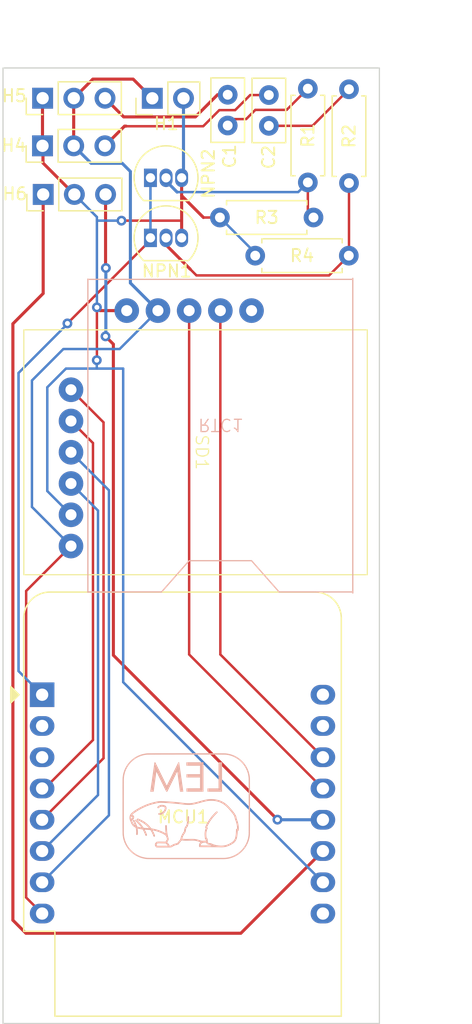
<source format=kicad_pcb>
(kicad_pcb (version 20221018) (generator pcbnew)
  (layers (0 "F.Cu" signal) (31 "B.Cu" signal) (34 "B.Paste" user) (35 "F.Paste" user) (36 "B.SilkS" user "B.Silkscreen") (37 "F.SilkS" user "F.Silkscreen") (38 "B.Mask" user) (39 "F.Mask" user) (44 "Edge.Cuts" user))
  (net 0 "")
  (net 1 "Net-(C1-Pad2)")
  (net 2 "Net-(C2-Pad2)")
  (net 3 "Net-(NPN1-B)")
  (net 4 "Net-(NPN2-B)")
  (net 5 "Net-(H5-Pin_3)")
  (net 6 "Net-(H4-Pin_3)")
  (net 7 "Net-(H1-Pin_2)")
  (net 8 "Net-(H1-Pin_1)")
  (net 9 "Net-(H6-Pin_1)")
  (net 10 "Net-(MCU1-~{RST})")
  (net 14 "Net-(H6-Pin_3)")
  (net 17 "Net-(MCU1-SCK{slash}D5)")
  (net 18 "Net-(MCU1-MISO{slash}D6)")
  (net 19 "Net-(MCU1-MOSI{slash}D7)")
  (net 20 "Net-(MCU1-CS{slash}D8)")
  (net 21 "Net-(MCU1-SDA{slash}D2)")
  (net 22 "Net-(MCU1-SCL{slash}D1)")
  (footprint "Resistor_THT:R_Axial_DIN0207_L6.3mm_D2.5mm_P7.62mm_Horizontal" (layer "F.Cu") (at 172.075 44.955 -90)
    (fp_text reference "R2" hide)
    (fp_text value "R" hide)
    (fp_text user "${REFERENCE}" (at 3.81 0 90) (layer "F.SilkS"))
    (pad "1" thru_hole circle (at 0 0 270) (size 1.6 1.6) (drill 0.8) (layers "*.Cu" "*.Mask") (net 2 "Net-(C2-Pad2)"))
    (pad "2" thru_hole oval (at 7.62 0 270) (size 1.6 1.6) (drill 0.8) (layers "*.Cu" "*.Mask") (net 3 "Net-(NPN1-B)"))
  )
  (footprint "Module:WEMOS_D1_mini_light" (layer "F.Cu") (at 147.09 94.15)
    (fp_text reference "MCU1" hide)
    (fp_text value "WeMos_D1_mini")
    (fp_text user "${REFERENCE}" (at 11.49 9.93) (layer "F.SilkS"))
    (pad "1" thru_hole rect (at 0 0) (size 2 2) (drill 1) (layers "*.Cu" "*.Mask") (net 10 "Net-(MCU1-~{RST})"))
    (pad "2" thru_hole oval (at 0 2.54) (size 2 1.6) (drill 1) (layers "*.Cu" "*.Mask"))
    (pad "3" thru_hole oval (at 0 5.08) (size 2 1.6) (drill 1) (layers "*.Cu" "*.Mask"))
    (pad "4" thru_hole oval (at 0 7.62) (size 2 1.6) (drill 1) (layers "*.Cu" "*.Mask") (net 17 "Net-(MCU1-SCK{slash}D5)"))
    (pad "5" thru_hole oval (at 0 10.16) (size 2 1.6) (drill 1) (layers "*.Cu" "*.Mask") (net 18 "Net-(MCU1-MISO{slash}D6)"))
    (pad "6" thru_hole oval (at 0 12.7) (size 2 1.6) (drill 1) (layers "*.Cu" "*.Mask") (net 19 "Net-(MCU1-MOSI{slash}D7)"))
    (pad "7" thru_hole oval (at 0 15.24) (size 2 1.6) (drill 1) (layers "*.Cu" "*.Mask") (net 20 "Net-(MCU1-CS{slash}D8)"))
    (pad "8" thru_hole oval (at 0 17.78) (size 2 1.6) (drill 1) (layers "*.Cu" "*.Mask") (net 8 "Net-(H1-Pin_1)"))
    (pad "9" thru_hole oval (at 22.86 17.78) (size 2 1.6) (drill 1) (layers "*.Cu" "*.Mask"))
    (pad "10" thru_hole oval (at 22.86 15.24) (size 2 1.6) (drill 1) (layers "*.Cu" "*.Mask") (net 7 "Net-(H1-Pin_2)"))
    (pad "11" thru_hole oval (at 22.86 12.7) (size 2 1.6) (drill 1) (layers "*.Cu" "*.Mask") (net 9 "Net-(H6-Pin_1)"))
    (pad "12" thru_hole oval (at 22.86 10.16) (size 2 1.6) (drill 1) (layers "*.Cu" "*.Mask") (net 14 "Net-(H6-Pin_3)"))
    (pad "13" thru_hole oval (at 22.86 7.62) (size 2 1.6) (drill 1) (layers "*.Cu" "*.Mask") (net 21 "Net-(MCU1-SDA{slash}D2)"))
    (pad "14" thru_hole oval (at 22.86 5.08) (size 2 1.6) (drill 1) (layers "*.Cu" "*.Mask") (net 22 "Net-(MCU1-SCL{slash}D1)"))
    (pad "15" thru_hole oval (at 22.86 2.54) (size 2 1.6) (drill 1) (layers "*.Cu" "*.Mask"))
    (pad "16" thru_hole oval (at 22.86 0) (size 2 1.6) (drill 1) (layers "*.Cu" "*.Mask"))
  )
  (footprint "Connector_PinHeader_2.54mm:PinHeader_1x03_P2.54mm_Vertical" (layer "F.Cu") (at 147.175 53.5 90)
    (fp_text reference "H6" hide)
    (fp_text value "Conn_IR" hide)
    (fp_text user "${REFERENCE}" (at 0.05 -2.305) (layer "F.SilkS"))
    (pad "1" thru_hole rect (at 0 0 90) (size 1.7 1.7) (drill 1) (layers "*.Cu" "*.Mask") (net 9 "Net-(H6-Pin_1)"))
    (pad "2" thru_hole oval (at 0 2.54 90) (size 1.7 1.7) (drill 1) (layers "*.Cu" "*.Mask") (net 7 "Net-(H1-Pin_2)"))
    (pad "3" thru_hole oval (at 0 5.08 90) (size 1.7 1.7) (drill 1) (layers "*.Cu" "*.Mask") (net 14 "Net-(H6-Pin_3)"))
  )
  (footprint "Connector_PinHeader_2.54mm:PinHeader_1x03_P2.54mm_Vertical" (layer "F.Cu") (at 147.13 45.68 90)
    (fp_text reference "H5" hide)
    (fp_text value "Conn_PIR2" hide)
    (fp_text user "${REFERENCE}" (at 0.195 -2.31) (layer "F.SilkS"))
    (pad "1" thru_hole rect (at 0 0 90) (size 1.7 1.7) (drill 1) (layers "*.Cu" "*.Mask") (net 7 "Net-(H1-Pin_2)"))
    (pad "2" thru_hole oval (at 0 2.54 90) (size 1.7 1.7) (drill 1) (layers "*.Cu" "*.Mask") (net 8 "Net-(H1-Pin_1)"))
    (pad "3" thru_hole oval (at 0 5.08 90) (size 1.7 1.7) (drill 1) (layers "*.Cu" "*.Mask") (net 5 "Net-(H5-Pin_3)"))
  )
  (footprint "Connector_PinHeader_2.54mm:PinHeader_1x02_P2.54mm_Vertical" (layer "F.Cu") (at 156.06 45.69 90)
    (fp_text reference "H1" hide)
    (fp_text value "Conn_battery" hide)
    (fp_text user "${REFERENCE}" (at -2.06 1.14) (layer "F.SilkS"))
    (pad "1" thru_hole rect (at 0 0 90) (size 1.7 1.7) (drill 1) (layers "*.Cu" "*.Mask") (net 8 "Net-(H1-Pin_1)"))
    (pad "2" thru_hole oval (at 0 2.54 90) (size 1.7 1.7) (drill 1) (layers "*.Cu" "*.Mask") (net 7 "Net-(H1-Pin_2)"))
  )
  (footprint "Resistor_THT:R_Axial_DIN0207_L6.3mm_D2.5mm_P7.62mm_Horizontal" (layer "F.Cu") (at 172.06 58.475 180)
    (fp_text reference "R4" hide)
    (fp_text value "100k" hide)
    (fp_text user "${REFERENCE}" (at 3.81 0) (layer "F.SilkS"))
    (pad "1" thru_hole circle (at 0 0 180) (size 1.6 1.6) (drill 0.8) (layers "*.Cu" "*.Mask") (net 3 "Net-(NPN1-B)"))
    (pad "2" thru_hole oval (at 7.62 0 180) (size 1.6 1.6) (drill 0.8) (layers "*.Cu" "*.Mask") (net 7 "Net-(H1-Pin_2)"))
  )
  (footprint "Resistor_THT:R_Axial_DIN0207_L6.3mm_D2.5mm_P7.62mm_Horizontal" (layer "F.Cu") (at 168.725 44.905 -90)
    (fp_text reference "R1" hide)
    (fp_text value "R" hide)
    (fp_text user "${REFERENCE}" (at 3.81 0 90) (layer "F.SilkS"))
    (pad "1" thru_hole circle (at 0 0 270) (size 1.6 1.6) (drill 0.8) (layers "*.Cu" "*.Mask") (net 1 "Net-(C1-Pad2)"))
    (pad "2" thru_hole oval (at 7.62 0 270) (size 1.6 1.6) (drill 0.8) (layers "*.Cu" "*.Mask") (net 4 "Net-(NPN2-B)"))
  )
  (footprint "Package_TO_SOT_THT:TO-92_Inline" (layer "F.Cu") (at 155.91 52.15)
    (fp_text reference "NPN2" hide)
    (fp_text value "BC547" hide)
    (fp_text user "${REFERENCE}" (at 4.71 -0.34 90) (layer "F.SilkS"))
    (pad "1" thru_hole rect (at 0 0) (size 1.05 1.5) (drill 0.75) (layers "*.Cu" "*.Mask") (net 10 "Net-(MCU1-~{RST})"))
    (pad "2" thru_hole oval (at 1.27 0) (size 1.05 1.5) (drill 0.75) (layers "*.Cu" "*.Mask") (net 4 "Net-(NPN2-B)"))
    (pad "3" thru_hole oval (at 2.54 0) (size 1.05 1.5) (drill 0.75) (layers "*.Cu" "*.Mask") (net 7 "Net-(H1-Pin_2)"))
  )
  (footprint "Capacitor_THT:C_Disc_D5.0mm_W2.5mm_P2.50mm" (layer "F.Cu") (at 162.2 45.4 -90)
    (fp_text reference "C1" hide)
    (fp_text value "1uF" hide)
    (fp_text user "${REFERENCE}" (at 5 -0.15 90) (layer "F.SilkS"))
    (pad "1" thru_hole circle (at 0 0 270) (size 1.6 1.6) (drill 0.8) (layers "*.Cu" "*.Mask") (net 5 "Net-(H5-Pin_3)"))
    (pad "2" thru_hole circle (at 2.5 0 270) (size 1.6 1.6) (drill 0.8) (layers "*.Cu" "*.Mask") (net 1 "Net-(C1-Pad2)"))
  )
  (footprint "Resistor_THT:R_Axial_DIN0207_L6.3mm_D2.5mm_P7.62mm_Horizontal" (layer "F.Cu") (at 169.185 55.375 180)
    (fp_text reference "R3" hide)
    (fp_text value "100k" hide)
    (fp_text user "${REFERENCE}" (at 3.81 0) (layer "F.SilkS"))
    (pad "1" thru_hole circle (at 0 0 180) (size 1.6 1.6) (drill 0.8) (layers "*.Cu" "*.Mask") (net 4 "Net-(NPN2-B)"))
    (pad "2" thru_hole oval (at 7.62 0 180) (size 1.6 1.6) (drill 0.8) (layers "*.Cu" "*.Mask") (net 7 "Net-(H1-Pin_2)"))
  )
  (footprint "Custom components:DFRobot micro SD module" (layer "F.Cu") (at 159.6 74.45 -90)
    (fp_text reference "SD1" (at 0 -0.5 -90 unlocked) (layer "F.SilkS") (effects (font (thickness 0.1))))
    (fp_text value "~")
    (pad "1" thru_hole circle (at -5.08 10.16 270) (size 2 2) (drill 0.9) (layers "*.Cu" "*.Mask") (net 18 "Net-(MCU1-MISO{slash}D6)"))
    (pad "2" thru_hole circle (at -2.54 10.16 270) (size 2 2) (drill 0.9) (layers "*.Cu" "*.Mask") (net 17 "Net-(MCU1-SCK{slash}D5)"))
    (pad "3" thru_hole circle (at 0 10.16 270) (size 2 2) (drill 0.9) (layers "*.Cu" "*.Mask") (net 20 "Net-(MCU1-CS{slash}D8)"))
    (pad "4" thru_hole circle (at 2.54 10.16 270) (size 2 2) (drill 0.9) (layers "*.Cu" "*.Mask") (net 19 "Net-(MCU1-MOSI{slash}D7)"))
    (pad "5" thru_hole circle (at 5.08 10.16 270) (size 2 2) (drill 0.9) (layers "*.Cu" "*.Mask") (net 7 "Net-(H1-Pin_2)"))
    (pad "6" thru_hole circle (at 7.62 10.16 270) (size 2 2) (drill 0.9) (layers "*.Cu" "*.Mask") (net 8 "Net-(H1-Pin_1)"))
  )
  (footprint "Capacitor_THT:C_Disc_D5.0mm_W2.5mm_P2.50mm" (layer "F.Cu") (at 165.55 45.425 -90)
    (fp_text reference "C2" hide)
    (fp_text value "1uF" hide)
    (fp_text user "${REFERENCE}" (at 5.045 0.02 90) (layer "F.SilkS"))
    (pad "1" thru_hole circle (at 0 0 270) (size 1.6 1.6) (drill 0.8) (layers "*.Cu" "*.Mask") (net 6 "Net-(H4-Pin_3)"))
    (pad "2" thru_hole circle (at 2.5 0 270) (size 1.6 1.6) (drill 0.8) (layers "*.Cu" "*.Mask") (net 2 "Net-(C2-Pad2)"))
  )
  (footprint "Package_TO_SOT_THT:TO-92_Inline" (layer "F.Cu") (at 155.91 57.03)
    (fp_text reference "NPN1" hide)
    (fp_text value "BC547" hide)
    (fp_text user "${REFERENCE}" (at 1.325 2.695 180) (layer "F.SilkS"))
    (pad "1" thru_hole rect (at 0 0) (size 1.05 1.5) (drill 0.75) (layers "*.Cu" "*.Mask") (net 10 "Net-(MCU1-~{RST})"))
    (pad "2" thru_hole oval (at 1.27 0) (size 1.05 1.5) (drill 0.75) (layers "*.Cu" "*.Mask") (net 3 "Net-(NPN1-B)"))
    (pad "3" thru_hole oval (at 2.54 0) (size 1.05 1.5) (drill 0.75) (layers "*.Cu" "*.Mask") (net 7 "Net-(H1-Pin_2)"))
  )
  (footprint "Connector_PinHeader_2.54mm:PinHeader_1x03_P2.54mm_Vertical" (layer "F.Cu") (at 147.12 49.55 90)
    (fp_text reference "H4" hide)
    (fp_text value "Conn_PIR1" hide)
    (fp_text user "${REFERENCE}" (at 0.035 -2.335) (layer "F.SilkS"))
    (pad "1" thru_hole rect (at 0 0 90) (size 1.7 1.7) (drill 1) (layers "*.Cu" "*.Mask") (net 7 "Net-(H1-Pin_2)"))
    (pad "2" thru_hole oval (at 0 2.54 90) (size 1.7 1.7) (drill 1) (layers "*.Cu" "*.Mask") (net 8 "Net-(H1-Pin_1)"))
    (pad "3" thru_hole oval (at 0 5.08 90) (size 1.7 1.7) (drill 1) (layers "*.Cu" "*.Mask") (net 6 "Net-(H4-Pin_3)"))
  )
  (footprint "Custom components:Adafruit PCF8523" (layer "B.Cu") (at 161.6 73.1)
    (fp_text reference "RTC1" (at 0.05 -0.875 180 unlocked) (layer "B.SilkS") (effects (font (thickness 0.1)) (justify mirror)))
    (fp_text value "~")
    (pad "1" thru_hole circle (at -7.62 -10.16) (size 2 2) (drill 0.9) (layers "*.Cu" "*.Mask") (net 7 "Net-(H1-Pin_2)"))
    (pad "2" thru_hole circle (at -5.08 -10.16) (size 2 2) (drill 0.9) (layers "*.Cu" "*.Mask") (net 8 "Net-(H1-Pin_1)"))
    (pad "3" thru_hole circle (at -2.54 -10.16) (size 2 2) (drill 0.9) (layers "*.Cu" "*.Mask") (net 21 "Net-(MCU1-SDA{slash}D2)"))
    (pad "4" thru_hole circle (at 0 -10.16) (size 2 2) (drill 0.9) (layers "*.Cu" "*.Mask") (net 22 "Net-(MCU1-SCL{slash}D1)"))
    (pad "5" thru_hole circle (at 2.54 -10.16) (size 2 2) (drill 0.9) (layers "*.Cu" "*.Mask"))
  )
  (footprint "Custom components:Logo_LEM" (layer "B.Cu") (at 158.83 103.33 180)
    (fp_text reference "G***" hide)
    (fp_text value "LOGO" hide)
  )
  (gr_rect (start 143.905 43.225) (end 174.55 120.865) (stroke (width 0.1)) (fill none) (layer "Edge.Cuts"))
  (segment (start 162.72 47.38) (end 162.2 47.9) (width 0.2) (layer "F.Cu") (net 1))
  (segment (start 164.45 46.63) (end 163.7 47.38) (width 0.2) (layer "F.Cu") (net 1))
  (segment (start 168.725 44.905) (end 167 46.63) (width 0.2) (layer "F.Cu") (net 1))
  (segment (start 167 46.63) (end 164.45 46.63) (width 0.2) (layer "F.Cu") (net 1))
  (segment (start 163.7 47.38) (end 162.72 47.38) (width 0.2) (layer "F.Cu") (net 1))
  (segment (start 169.105 47.925) (end 165.55 47.925) (width 0.2) (layer "F.Cu") (net 2))
  (segment (start 172.075 44.955) (end 169.105 47.925) (width 0.2) (layer "F.Cu") (net 2))
  (segment (start 157.18 57.605) (end 159.15 59.575) (width 0.25) (layer "F.Cu") (net 3))
  (segment (start 172.06 58.475) (end 170.455 60.08) (width 0.2) (layer "F.Cu") (net 3))
  (segment (start 159.655 60.08) (end 159.15 59.575) (width 0.2) (layer "F.Cu") (net 3))
  (segment (start 172.075 58.46) (end 172.06 58.475) (width 0.2) (layer "F.Cu") (net 3))
  (segment (start 172.075 52.575) (end 172.075 58.46) (width 0.2) (layer "F.Cu") (net 3))
  (segment (start 157.18 57.03) (end 157.18 57.605) (width 0.25) (layer "F.Cu") (net 3))
  (segment (start 170.455 60.08) (end 159.655 60.08) (width 0.2) (layer "F.Cu") (net 3))
  (segment (start 168.725 52.525) (end 168.725 54.915) (width 0.2) (layer "F.Cu") (net 4))
  (segment (start 168.725 54.915) (end 169.185 55.375) (width 0.2) (layer "F.Cu") (net 4))
  (segment (start 157.18 52.15) (end 157.18 52.411726) (width 0.25) (layer "B.Cu") (net 4))
  (segment (start 158.078274 53.31) (end 167.94 53.31) (width 0.2) (layer "B.Cu") (net 4))
  (segment (start 167.94 53.31) (end 168.725 52.525) (width 0.2) (layer "B.Cu") (net 4))
  (segment (start 157.15 52.26) (end 157.15 52.381726) (width 0.2) (layer "B.Cu") (net 4))
  (segment (start 157.18 52.411726) (end 158.078274 53.31) (width 0.25) (layer "B.Cu") (net 4))
  (segment (start 159.57 47.2) (end 161.37 45.4) (width 0.25) (layer "F.Cu") (net 5))
  (segment (start 152.21 45.68) (end 153.73 47.2) (width 0.25) (layer "F.Cu") (net 5))
  (segment (start 153.73 47.2) (end 159.57 47.2) (width 0.25) (layer "F.Cu") (net 5))
  (segment (start 161.37 45.4) (end 162.2 45.4) (width 0.25) (layer "F.Cu") (net 5))
  (segment (start 153.8 47.95) (end 153.93 47.95) (width 0.25) (layer "F.Cu") (net 6))
  (segment (start 164.030635 45.425) (end 162.805635 46.65) (width 0.2) (layer "F.Cu") (net 6))
  (segment (start 153.94 47.96) (end 153.93 47.95) (width 0.2) (layer "F.Cu") (net 6))
  (segment (start 162.805635 46.65) (end 161.515686 46.65) (width 0.2) (layer "F.Cu") (net 6))
  (segment (start 165.55 45.425) (end 164.030635 45.425) (width 0.2) (layer "F.Cu") (net 6))
  (segment (start 161.515686 46.65) (end 160.205686 47.96) (width 0.2) (layer "F.Cu") (net 6))
  (segment (start 152.2 49.55) (end 153.8 47.95) (width 0.25) (layer "F.Cu") (net 6))
  (segment (start 160.205686 47.96) (end 153.94 47.96) (width 0.2) (layer "F.Cu") (net 6))
  (segment (start 153.98 62.94) (end 151.815 62.94) (width 0.25) (layer "F.Cu") (net 7))
  (segment (start 158.45 52.15) (end 158.45 53.6) (width 0.25) (layer "F.Cu") (net 7))
  (segment (start 158.45 57.03) (end 158.45 55.62) (width 0.25) (layer "F.Cu") (net 7))
  (segment (start 153.55 55.63) (end 158.44 55.63) (width 0.2) (layer "F.Cu") (net 7))
  (segment (start 147.12 45.69) (end 147.13 45.68) (width 0.25) (layer "F.Cu") (net 7))
  (segment (start 147.16 50.945) (end 149.715 53.5) (width 0.25) (layer "F.Cu") (net 7))
  (segment (start 151.55 62.675) (end 151.55 66.9595) (width 0.2) (layer "F.Cu") (net 7))
  (segment (start 161.565 55.375) (end 160.225 55.375) (width 0.2) (layer "F.Cu") (net 7))
  (segment (start 158.45 55.62) (end 158.45 53.6) (width 0.25) (layer "F.Cu") (net 7))
  (segment (start 147.12 49.55) (end 147.12 45.69) (width 0.25) (layer "F.Cu") (net 7))
  (segment (start 151.815 62.94) (end 151.55 62.675) (width 0.25) (layer "F.Cu") (net 7))
  (segment (start 158.45 53.6) (end 160.225 55.375) (width 0.25) (layer "F.Cu") (net 7))
  (segment (start 158.44 55.63) (end 158.45 55.62) (width 0.2) (layer "F.Cu") (net 7))
  (segment (start 151.55 66.9595) (end 151.54 66.9695) (width 0.2) (layer "F.Cu") (net 7))
  (segment (start 147.16 49.65) (end 147.16 50.945) (width 0.25) (layer "F.Cu") (net 7))
  (via (at 153.55 55.63) (size 0.8) (drill 0.4) (layers "F.Cu" "B.Cu") (net 7))
  (via (at 151.54 66.9695) (size 0.8) (drill 0.4) (layers "F.Cu" "B.Cu") (net 7))
  (via (at 151.55 62.675) (size 0.8) (drill 0.4) (layers "F.Cu" "B.Cu") (net 7))
  (segment (start 151.55 55.335) (end 151.55 55.63) (width 0.2) (layer "B.Cu") (net 7))
  (segment (start 149.715 53.5) (end 151.55 55.335) (width 0.2) (layer "B.Cu") (net 7))
  (segment (start 158.6 52) (end 158.45 52.15) (width 0.25) (layer "B.Cu") (net 7))
  (segment (start 164.44 58.25) (end 164.44 58.475) (width 0.2) (layer "B.Cu") (net 7))
  (segment (start 147.51 77.6) (end 149.44 79.53) (width 0.2) (layer "B.Cu") (net 7))
  (segment (start 149.03 67.65) (end 147.51 69.17) (width 0.2) (layer "B.Cu") (net 7))
  (segment (start 158.6 45.69) (end 158.6 52) (width 0.25) (layer "B.Cu") (net 7))
  (segment (start 151.54 67.63) (end 151.56 67.65) (width 0.2) (layer "B.Cu") (net 7))
  (segment (start 151.54 66.9695) (end 151.54 67.63) (width 0.2) (layer "B.Cu") (net 7))
  (segment (start 153.69 67.65) (end 151.56 67.65) (width 0.2) (layer "B.Cu") (net 7))
  (segment (start 151.56 67.65) (end 149.03 67.65) (width 0.2) (layer "B.Cu") (net 7))
  (segment (start 147.51 69.17) (end 147.51 77.6) (width 0.2) (layer "B.Cu") (net 7))
  (segment (start 153.69 93.13) (end 153.69 67.65) (width 0.2) (layer "B.Cu") (net 7))
  (segment (start 151.55 55.63) (end 151.55 62.675) (width 0.2) (layer "B.Cu") (net 7))
  (segment (start 169.95 109.39) (end 153.69 93.13) (width 0.2) (layer "B.Cu") (net 7))
  (segment (start 161.565 55.375) (end 164.44 58.25) (width 0.2) (layer "B.Cu") (net 7))
  (segment (start 153.55 55.63) (end 151.55 55.63) (width 0.2) (layer "B.Cu") (net 7))
  (segment (start 149.66 49.55) (end 149.66 45.69) (width 0.25) (layer "F.Cu") (net 8))
  (segment (start 147.09 111.93) (end 145.79 110.63) (width 0.2) (layer "F.Cu") (net 8))
  (segment (start 149.67 45.68) (end 151.22 44.13) (width 0.25) (layer "F.Cu") (net 8))
  (segment (start 145.79 85.72) (end 149.44 82.07) (width 0.2) (layer "F.Cu") (net 8))
  (segment (start 145.79 110.63) (end 145.79 85.72) (width 0.2) (layer "F.Cu") (net 8))
  (segment (start 154.5 44.13) (end 156.06 45.69) (width 0.25) (layer "F.Cu") (net 8))
  (segment (start 151.22 44.13) (end 154.5 44.13) (width 0.25) (layer "F.Cu") (net 8))
  (segment (start 149.66 45.69) (end 149.67 45.68) (width 0.25) (layer "F.Cu") (net 8))
  (segment (start 153.61 50.97) (end 154.275 51.635) (width 0.25) (layer "B.Cu") (net 8))
  (segment (start 153.4 66.06) (end 148.82 66.06) (width 0.2) (layer "B.Cu") (net 8))
  (segment (start 154.275 60.695) (end 156.52 62.94) (width 0.25) (layer "B.Cu") (net 8))
  (segment (start 146.26 68.62) (end 146.26 78.89) (width 0.2) (layer "B.Cu") (net 8))
  (segment (start 149.66 49.55) (end 151.08 50.97) (width 0.25) (layer "B.Cu") (net 8))
  (segment (start 151.08 50.97) (end 153.61 50.97) (width 0.25) (layer "B.Cu") (net 8))
  (segment (start 156.52 62.94) (end 153.4 66.06) (width 0.2) (layer "B.Cu") (net 8))
  (segment (start 148.82 66.06) (end 146.26 68.62) (width 0.2) (layer "B.Cu") (net 8))
  (segment (start 154.275 51.635) (end 154.275 60.695) (width 0.25) (layer "B.Cu") (net 8))
  (segment (start 146.26 78.89) (end 149.44 82.07) (width 0.2) (layer "B.Cu") (net 8))
  (segment (start 147.175 61.545) (end 144.71 64.01) (width 0.25) (layer "F.Cu") (net 9))
  (segment (start 144.71 112.47) (end 145.77 113.53) (width 0.25) (layer "F.Cu") (net 9))
  (segment (start 170.12604 107.275) (end 170.25052 107.15052) (width 0.25) (layer "F.Cu") (net 9))
  (segment (start 169.385 107.275) (end 170.12604 107.275) (width 0.25) (layer "F.Cu") (net 9))
  (segment (start 163.27 113.53) (end 169.64948 107.15052) (width 0.25) (layer "F.Cu") (net 9))
  (segment (start 147.175 53.5) (end 147.175 61.545) (width 0.25) (layer "F.Cu") (net 9))
  (segment (start 144.71 64.01) (end 144.71 112.47) (width 0.25) (layer "F.Cu") (net 9))
  (segment (start 145.77 113.53) (end 163.27 113.53) (width 0.25) (layer "F.Cu") (net 9))
  (segment (start 155.91 57.32505) (end 155.91 57.03) (width 0.2) (layer "F.Cu") (net 10))
  (segment (start 155.91 57.22) (end 155.91 57.03) (width 0.2) (layer "F.Cu") (net 10))
  (segment (start 149.15 63.98) (end 155.91 57.22) (width 0.2) (layer "F.Cu") (net 10))
  (via (at 149.15 63.98) (size 0.8) (drill 0.4) (layers "F.Cu" "B.Cu") (net 10))
  (segment (start 149.15 63.98) (end 149.15 64.025) (width 0.2) (layer "B.Cu") (net 10))
  (segment (start 145.17 68.005) (end 145.17 92.23) (width 0.2) (layer "B.Cu") (net 10))
  (segment (start 145.17 92.23) (end 147.09 94.15) (width 0.2) (layer "B.Cu") (net 10))
  (segment (start 149.15 64.025) (end 145.17 68.005) (width 0.2) (layer "B.Cu") (net 10))
  (segment (start 155.91 57.03) (end 155.91 52.15) (width 0.2) (layer "B.Cu") (net 10))
  (segment (start 152.255 53.5) (end 152.255 59.455) (width 0.25) (layer "F.Cu") (net 14))
  (segment (start 152.255 59.455) (end 152.28 59.48) (width 0.25) (layer "F.Cu") (net 14))
  (segment (start 152.89 90.94) (end 166.25 104.3) (width 0.25) (layer "F.Cu") (net 14))
  (segment (start 152.89 65.6695) (end 152.89 90.94) (width 0.25) (layer "F.Cu") (net 14))
  (segment (start 152.2505 65.03) (end 152.89 65.6695) (width 0.25) (layer "F.Cu") (net 14))
  (via (at 166.25 104.3) (size 0.8) (drill 0.4) (layers "F.Cu" "B.Cu") (net 14))
  (via (at 152.2505 65.03) (size 0.8) (drill 0.4) (layers "F.Cu" "B.Cu") (net 14))
  (via (at 152.28 59.48) (size 0.8) (drill 0.4) (layers "F.Cu" "B.Cu") (net 14))
  (segment (start 152.28 65.0005) (end 152.28 59.48) (width 0.25) (layer "B.Cu") (net 14))
  (segment (start 152.2505 65.03) (end 152.28 65.0005) (width 0.25) (layer "B.Cu") (net 14))
  (segment (start 166.25 104.3) (end 166.26 104.31) (width 0.25) (layer "B.Cu") (net 14))
  (segment (start 166.26 104.31) (end 169.95 104.31) (width 0.25) (layer "B.Cu") (net 14))
  (segment (start 151.23 73.7) (end 149.44 71.91) (width 0.2) (layer "F.Cu") (net 17))
  (segment (start 151.23 97.83) (end 151.23 73.7) (width 0.2) (layer "F.Cu") (net 17))
  (segment (start 147.09 101.77) (end 147.29 101.77) (width 0.2) (layer "F.Cu") (net 17))
  (segment (start 147.29 101.77) (end 151.23 97.83) (width 0.2) (layer "F.Cu") (net 17))
  (segment (start 147.09 104.31) (end 152.09 99.31) (width 0.2) (layer "F.Cu") (net 18))
  (segment (start 152.09 99.31) (end 152.09 72.02) (width 0.2) (layer "F.Cu") (net 18))
  (segment (start 152.09 72.02) (end 149.44 69.37) (width 0.2) (layer "F.Cu") (net 18))
  (segment (start 147.09 106.85) (end 151.64 102.3) (width 0.2) (layer "B.Cu") (net 19))
  (segment (start 151.64 102.3) (end 151.64 79.19) (width 0.2) (layer "B.Cu") (net 19))
  (segment (start 151.64 79.19) (end 149.44 76.99) (width 0.2) (layer "B.Cu") (net 19))
  (segment (start 147.09 109.39) (end 152.53 103.95) (width 0.2) (layer "B.Cu") (net 20))
  (segment (start 152.53 77.54) (end 149.44 74.45) (width 0.2) (layer "B.Cu") (net 20))
  (segment (start 152.53 103.95) (end 152.53 77.54) (width 0.2) (layer "B.Cu") (net 20))
  (segment (start 159.06 62.94) (end 159.06 90.88) (width 0.2) (layer "F.Cu") (net 21))
  (segment (start 159.06 90.88) (end 169.95 101.77) (width 0.2) (layer "F.Cu") (net 21))
  (segment (start 161.6 62.94) (end 161.6 90.88) (width 0.2) (layer "F.Cu") (net 22))
  (segment (start 161.6 90.88) (end 169.95 99.23) (width 0.2) (layer "F.Cu") (net 22))
)
</source>
